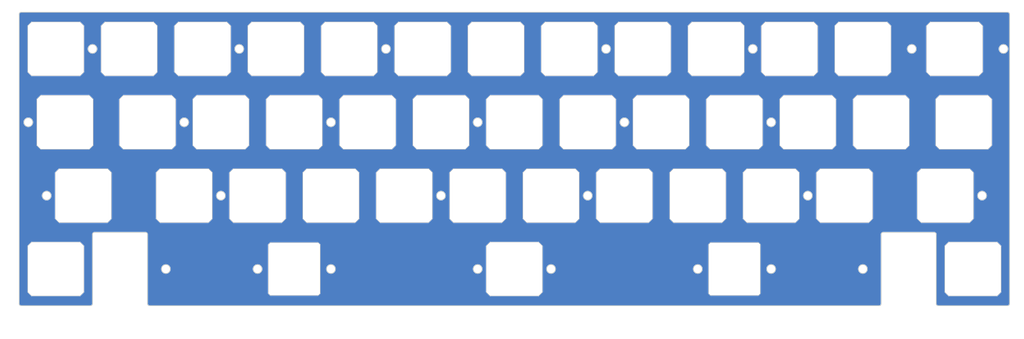
<source format=kicad_pcb>
(kicad_pcb (version 20221018) (generator pcbnew)
  (layers (0 "F.Cu" signal) (31 "B.Cu" signal) (34 "B.Paste" user) (35 "F.Paste" user) (36 "B.SilkS" user "B.Silkscreen") (37 "F.SilkS" user "F.Silkscreen") (38 "B.Mask" user) (39 "F.Mask" user) (44 "Edge.Cuts" user))
  (net 0 "")
  (net 1 "GND")
  (footprint "cipulot_parts:ecs_plate_cut_1U" (layer "F.Cu") (at 26.9875 91.28125)
    (fp_text reference "REF**")
    (fp_text value "Value " hide)
    (fp_line (start -7.3 -6) (end -7.3 6) (stroke (width 0.12)) (layer "Edge.Cuts"))
    (fp_line (start -7.3 6) (end -6.3 7) (stroke (width 0.12)) (layer "Edge.Cuts"))
    (fp_line (start -6.3 -7) (end -7.3 -6) (stroke (width 0.12)) (layer "Edge.Cuts"))
    (fp_line (start -6.3 7) (end 6.3 7) (stroke (width 0.12)) (layer "Edge.Cuts"))
    (fp_line (start 6.3 -7) (end -6.3 -7) (stroke (width 0.12)) (layer "Edge.Cuts"))
    (fp_line (start 6.3 -7) (end 7.3 -6) (stroke (width 0.12)) (layer "Edge.Cuts"))
    (fp_line (start 6.3 7) (end 7.3 6) (stroke (width 0.12)) (layer "Edge.Cuts"))
    (fp_line (start 7.3 6) (end 7.3 -6) (stroke (width 0.12)) (layer "Edge.Cuts"))
  )
  (footprint "cipulot_parts:ecs_plate_cut_1U" (layer "F.Cu") (at 136.525 72.23125)
    (fp_text reference "REF**")
    (fp_text value "Value " hide)
    (fp_line (start -7.3 -6) (end -7.3 6) (stroke (width 0.12)) (layer "Edge.Cuts"))
    (fp_line (start -7.3 6) (end -6.3 7) (stroke (width 0.12)) (layer "Edge.Cuts"))
    (fp_line (start -6.3 -7) (end -7.3 -6) (stroke (width 0.12)) (layer "Edge.Cuts"))
    (fp_line (start -6.3 7) (end 6.3 7) (stroke (width 0.12)) (layer "Edge.Cuts"))
    (fp_line (start 6.3 -7) (end -6.3 -7) (stroke (width 0.12)) (layer "Edge.Cuts"))
    (fp_line (start 6.3 -7) (end 7.3 -6) (stroke (width 0.12)) (layer "Edge.Cuts"))
    (fp_line (start 6.3 7) (end 7.3 6) (stroke (width 0.12)) (layer "Edge.Cuts"))
    (fp_line (start 7.3 6) (end 7.3 -6) (stroke (width 0.12)) (layer "Edge.Cuts"))
  )
  (footprint "cipulot_parts:ecs_plate_cut_1U" (layer "F.Cu") (at 262.73125 53.18125)
    (fp_text reference "REF**")
    (fp_text value "Value " hide)
    (fp_line (start -7.3 -6) (end -7.3 6) (stroke (width 0.12)) (layer "Edge.Cuts"))
    (fp_line (start -7.3 6) (end -6.3 7) (stroke (width 0.12)) (layer "Edge.Cuts"))
    (fp_line (start -6.3 -7) (end -7.3 -6) (stroke (width 0.12)) (layer "Edge.Cuts"))
    (fp_line (start -6.3 7) (end 6.3 7) (stroke (width 0.12)) (layer "Edge.Cuts"))
    (fp_line (start 6.3 -7) (end -6.3 -7) (stroke (width 0.12)) (layer "Edge.Cuts"))
    (fp_line (start 6.3 -7) (end 7.3 -6) (stroke (width 0.12)) (layer "Edge.Cuts"))
    (fp_line (start 6.3 7) (end 7.3 6) (stroke (width 0.12)) (layer "Edge.Cuts"))
    (fp_line (start 7.3 6) (end 7.3 -6) (stroke (width 0.12)) (layer "Edge.Cuts"))
  )
  (footprint "cipulot_parts:ecs_plate_cut_1U" (layer "F.Cu") (at 146.05 53.18125)
    (fp_text reference "REF**")
    (fp_text value "Value " hide)
    (fp_line (start -7.3 -6) (end -7.3 6) (stroke (width 0.12)) (layer "Edge.Cuts"))
    (fp_line (start -7.3 6) (end -6.3 7) (stroke (width 0.12)) (layer "Edge.Cuts"))
    (fp_line (start -6.3 -7) (end -7.3 -6) (stroke (width 0.12)) (layer "Edge.Cuts"))
    (fp_line (start -6.3 7) (end 6.3 7) (stroke (width 0.12)) (layer "Edge.Cuts"))
    (fp_line (start 6.3 -7) (end -6.3 -7) (stroke (width 0.12)) (layer "Edge.Cuts"))
    (fp_line (start 6.3 -7) (end 7.3 -6) (stroke (width 0.12)) (layer "Edge.Cuts"))
    (fp_line (start 6.3 7) (end 7.3 6) (stroke (width 0.12)) (layer "Edge.Cuts"))
    (fp_line (start 7.3 6) (end 7.3 -6) (stroke (width 0.12)) (layer "Edge.Cuts"))
  )
  (footprint "cipulot_parts:ecs_7U_space_stab" (layer "F.Cu") (at 146.05 91.28125 180)
    (fp_text reference "REF**")
    (fp_text value "Value " hide)
  )
  (footprint "cipulot_parts:ecs_plate_cut_1U" (layer "F.Cu") (at 46.0375 34.13125)
    (fp_text reference "REF**")
    (fp_text value "Value " hide)
    (fp_line (start -7.3 -6) (end -7.3 6) (stroke (width 0.12)) (layer "Edge.Cuts"))
    (fp_line (start -7.3 6) (end -6.3 7) (stroke (width 0.12)) (layer "Edge.Cuts"))
    (fp_line (start -6.3 -7) (end -7.3 -6) (stroke (width 0.12)) (layer "Edge.Cuts"))
    (fp_line (start -6.3 7) (end 6.3 7) (stroke (width 0.12)) (layer "Edge.Cuts"))
    (fp_line (start 6.3 -7) (end -6.3 -7) (stroke (width 0.12)) (layer "Edge.Cuts"))
    (fp_line (start 6.3 -7) (end 7.3 -6) (stroke (width 0.12)) (layer "Edge.Cuts"))
    (fp_line (start 6.3 7) (end 7.3 6) (stroke (width 0.12)) (layer "Edge.Cuts"))
    (fp_line (start 7.3 6) (end 7.3 -6) (stroke (width 0.12)) (layer "Edge.Cuts"))
  )
  (footprint "cipulot_parts:ecs_plate_cut_1U" (layer "F.Cu") (at 79.375 72.23125)
    (fp_text reference "REF**")
    (fp_text value "Value " hide)
    (fp_line (start -7.3 -6) (end -7.3 6) (stroke (width 0.12)) (layer "Edge.Cuts"))
    (fp_line (start -7.3 6) (end -6.3 7) (stroke (width 0.12)) (layer "Edge.Cuts"))
    (fp_line (start -6.3 -7) (end -7.3 -6) (stroke (width 0.12)) (layer "Edge.Cuts"))
    (fp_line (start -6.3 7) (end 6.3 7) (stroke (width 0.12)) (layer "Edge.Cuts"))
    (fp_line (start 6.3 -7) (end -6.3 -7) (stroke (width 0.12)) (layer "Edge.Cuts"))
    (fp_line (start 6.3 -7) (end 7.3 -6) (stroke (width 0.12)) (layer "Edge.Cuts"))
    (fp_line (start 6.3 7) (end 7.3 6) (stroke (width 0.12)) (layer "Edge.Cuts"))
    (fp_line (start 7.3 6) (end 7.3 -6) (stroke (width 0.12)) (layer "Edge.Cuts"))
  )
  (footprint "cipulot_parts:ecs_plate_cut_1U" (layer "F.Cu") (at 88.9 53.18125)
    (fp_text reference "REF**")
    (fp_text value "Value " hide)
    (fp_line (start -7.3 -6) (end -7.3 6) (stroke (width 0.12)) (layer "Edge.Cuts"))
    (fp_line (start -7.3 6) (end -6.3 7) (stroke (width 0.12)) (layer "Edge.Cuts"))
    (fp_line (start -6.3 -7) (end -7.3 -6) (stroke (width 0.12)) (layer "Edge.Cuts"))
    (fp_line (start -6.3 7) (end 6.3 7) (stroke (width 0.12)) (layer "Edge.Cuts"))
    (fp_line (start 6.3 -7) (end -6.3 -7) (stroke (width 0.12)) (layer "Edge.Cuts"))
    (fp_line (start 6.3 -7) (end 7.3 -6) (stroke (width 0.12)) (layer "Edge.Cuts"))
    (fp_line (start 6.3 7) (end 7.3 6) (stroke (width 0.12)) (layer "Edge.Cuts"))
    (fp_line (start 7.3 6) (end 7.3 -6) (stroke (width 0.12)) (layer "Edge.Cuts"))
  )
  (footprint "cipulot_parts:ecs_plate_cut_1U" (layer "F.Cu") (at 260.35 34.13125)
    (fp_text reference "REF**")
    (fp_text value "Value " hide)
    (fp_line (start -7.3 -6) (end -7.3 6) (stroke (width 0.12)) (layer "Edge.Cuts"))
    (fp_line (start -7.3 6) (end -6.3 7) (stroke (width 0.12)) (layer "Edge.Cuts"))
    (fp_line (start -6.3 -7) (end -7.3 -6) (stroke (width 0.12)) (layer "Edge.Cuts"))
    (fp_line (start -6.3 7) (end 6.3 7) (stroke (width 0.12)) (layer "Edge.Cuts"))
    (fp_line (start 6.3 -7) (end -6.3 -7) (stroke (width 0.12)) (layer "Edge.Cuts"))
    (fp_line (start 6.3 -7) (end 7.3 -6) (stroke (width 0.12)) (layer "Edge.Cuts"))
    (fp_line (start 6.3 7) (end 7.3 6) (stroke (width 0.12)) (layer "Edge.Cuts"))
    (fp_line (start 7.3 6) (end 7.3 -6) (stroke (width 0.12)) (layer "Edge.Cuts"))
  )
  (footprint "cipulot_parts:ecs_plate_cut_1U" (layer "F.Cu") (at 127 53.18125)
    (fp_text reference "REF**")
    (fp_text value "Value " hide)
    (fp_line (start -7.3 -6) (end -7.3 6) (stroke (width 0.12)) (layer "Edge.Cuts"))
    (fp_line (start -7.3 6) (end -6.3 7) (stroke (width 0.12)) (layer "Edge.Cuts"))
    (fp_line (start -6.3 -7) (end -7.3 -6) (stroke (width 0.12)) (layer "Edge.Cuts"))
    (fp_line (start -6.3 7) (end 6.3 7) (stroke (width 0.12)) (layer "Edge.Cuts"))
    (fp_line (start 6.3 -7) (end -6.3 -7) (stroke (width 0.12)) (layer "Edge.Cuts"))
    (fp_line (start 6.3 -7) (end 7.3 -6) (stroke (width 0.12)) (layer "Edge.Cuts"))
    (fp_line (start 6.3 7) (end 7.3 6) (stroke (width 0.12)) (layer "Edge.Cuts"))
    (fp_line (start 7.3 6) (end 7.3 -6) (stroke (width 0.12)) (layer "Edge.Cuts"))
  )
  (footprint "cipulot_parts:ecs_plate_cut_1U" (layer "F.Cu") (at 198.4375 34.13125)
    (fp_text reference "REF**")
    (fp_text value "Value " hide)
    (fp_line (start -7.3 -6) (end -7.3 6) (stroke (width 0.12)) (layer "Edge.Cuts"))
    (fp_line (start -7.3 6) (end -6.3 7) (stroke (width 0.12)) (layer "Edge.Cuts"))
    (fp_line (start -6.3 -7) (end -7.3 -6) (stroke (width 0.12)) (layer "Edge.Cuts"))
    (fp_line (start -6.3 7) (end 6.3 7) (stroke (width 0.12)) (layer "Edge.Cuts"))
    (fp_line (start 6.3 -7) (end -6.3 -7) (stroke (width 0.12)) (layer "Edge.Cuts"))
    (fp_line (start 6.3 -7) (end 7.3 -6) (stroke (width 0.12)) (layer "Edge.Cuts"))
    (fp_line (start 6.3 7) (end 7.3 6) (stroke (width 0.12)) (layer "Edge.Cuts"))
    (fp_line (start 7.3 6) (end 7.3 -6) (stroke (width 0.12)) (layer "Edge.Cuts"))
  )
  (footprint "cipulot_parts:ecs_plate_cut_1U" (layer "F.Cu") (at 203.2 53.18125)
    (fp_text reference "REF**")
    (fp_text value "Value " hide)
    (fp_line (start -7.3 -6) (end -7.3 6) (stroke (width 0.12)) (layer "Edge.Cuts"))
    (fp_line (start -7.3 6) (end -6.3 7) (stroke (width 0.12)) (layer "Edge.Cuts"))
    (fp_line (start -6.3 -7) (end -7.3 -6) (stroke (width 0.12)) (layer "Edge.Cuts"))
    (fp_line (start -6.3 7) (end 6.3 7) (stroke (width 0.12)) (layer "Edge.Cuts"))
    (fp_line (start 6.3 -7) (end -6.3 -7) (stroke (width 0.12)) (layer "Edge.Cuts"))
    (fp_line (start 6.3 -7) (end 7.3 -6) (stroke (width 0.12)) (layer "Edge.Cuts"))
    (fp_line (start 6.3 7) (end 7.3 6) (stroke (width 0.12)) (layer "Edge.Cuts"))
    (fp_line (start 7.3 6) (end 7.3 -6) (stroke (width 0.12)) (layer "Edge.Cuts"))
  )
  (footprint "cipulot_parts:ecs_plate_cut_1U" (layer "F.Cu") (at 165.1 53.18125)
    (fp_text reference "REF**")
    (fp_text value "Value " hide)
    (fp_line (start -7.3 -6) (end -7.3 6) (stroke (width 0.12)) (layer "Edge.Cuts"))
    (fp_line (start -7.3 6) (end -6.3 7) (stroke (width 0.12)) (layer "Edge.Cuts"))
    (fp_line (start -6.3 -7) (end -7.3 -6) (stroke (width 0.12)) (layer "Edge.Cuts"))
    (fp_line (start -6.3 7) (end 6.3 7) (stroke (width 0.12)) (layer "Edge.Cuts"))
    (fp_line (start 6.3 -7) (end -6.3 -7) (stroke (width 0.12)) (layer "Edge.Cuts"))
    (fp_line (start 6.3 -7) (end 7.3 -6) (stroke (width 0.12)) (layer "Edge.Cuts"))
    (fp_line (start 6.3 7) (end 7.3 6) (stroke (width 0.12)) (layer "Edge.Cuts"))
    (fp_line (start 7.3 6) (end 7.3 -6) (stroke (width 0.12)) (layer "Edge.Cuts"))
  )
  (footprint "cipulot_parts:ecs_plate_cut_7U_space_stab" (layer "F.Cu") (at 146.05 91.28125)
    (fp_text reference "REF**")
    (fp_text value "Value " hide)
    (fp_line (start -63.8876 -6.3635) (end -63.8876 6.3635) (stroke (width 0.12)) (layer "Edge.Cuts"))
    (fp_line (start -63.8876 6.3635) (end -63.3806 6.8705) (stroke (width 0.12)) (layer "Edge.Cuts"))
    (fp_line (start -63.3806 -6.8705) (end -63.8876 -6.3635) (stroke (width 0.12)) (layer "Edge.Cuts"))
    (fp_line (start -63.3806 6.8705) (end -50.9326 6.8705) (stroke (width 0.12)) (layer "Edge.Cuts"))
    (fp_line (start -50.9326 -6.8705) (end -63.3806 -6.8705) (stroke (width 0.12)) (layer "Edge.Cuts"))
    (fp_line (start -50.9326 6.8705) (end -50.4256 6.3635) (stroke (width 0.12)) (layer "Edge.Cuts"))
    (fp_line (start -50.4256 -6.3635) (end -50.9326 -6.8705) (stroke (width 0.12)) (layer "Edge.Cuts"))
    (fp_line (start -50.4256 6.3635) (end -50.4256 -6.3635) (stroke (width 0.12)) (layer "Edge.Cuts"))
    (fp_line (start 50.419 -6.3635) (end 50.419 6.3635) (stroke (width 0.12)) (layer "Edge.Cuts"))
    (fp_line (start 50.419 -6.3635) (end 50.919 -6.8705) (stroke (width 0.12)) (layer "Edge.Cuts"))
    (fp_line (start 50.419 6.3635) (end 50.926 6.8705) (stroke (width 0.12)) (layer "Edge.Cuts"))
    (fp_line (start 50.919 -6.8705) (end 63.381 -6.8705) (stroke (width 0.12)) (layer "Edge.Cuts"))
    (fp_line (start 50.926 6.8705) (end 63.374 6.8705) (stroke (width 0.12)) (layer "Edge.Cuts"))
    (fp_line (start 63.374 6.8705) (end 63.881 6.3635) (stroke (width 0.12)) (layer "Edge.Cuts"))
    (fp_line (start 63.381 -6.8705) (end 63.881 -6.3635) (stroke (width 0.12)) (layer "Edge.Cuts"))
    (fp_line (start 63.881 6.3635) (end 63.881 -6.3635) (stroke (width 0.12)) (layer "Edge.Cuts"))
  )
  (footprint "cipulot_parts:ecs_plate_cut_1U" (layer "F.Cu") (at 217.4875 34.13125)
    (fp_text reference "REF**")
    (fp_text value "Value " hide)
    (fp_line (start -7.3 -6) (end -7.3 6) (stroke (width 0.12)) (layer "Edge.Cuts"))
    (fp_line (start -7.3 6) (end -6.3 7) (stroke (width 0.12)) (layer "Edge.Cuts"))
    (fp_line (start -6.3 -7) (end -7.3 -6) (stroke (width 0.12)) (layer "Edge.Cuts"))
    (fp_line (start -6.3 7) (end 6.3 7) (stroke (width 0.12)) (layer "Edge.Cuts"))
    (fp_line (start 6.3 -7) (end -6.3 -7) (stroke (width 0.12)) (layer "Edge.Cuts"))
    (fp_line (start 6.3 -7) (end 7.3 -6) (stroke (width 0.12)) (layer "Edge.Cuts"))
    (fp_line (start 6.3 7) (end 7.3 6) (stroke (width 0.12)) (layer "Edge.Cuts"))
    (fp_line (start 7.3 6) (end 7.3 -6) (stroke (width 0.12)) (layer "Edge.Cuts"))
  )
  (footprint "cipulot_parts:ecs_plate_cut_1U" (layer "F.Cu") (at 117.475 72.23125)
    (fp_text reference "REF**")
    (fp_text value "Value " hide)
    (fp_line (start -7.3 -6) (end -7.3 6) (stroke (width 0.12)) (layer "Edge.Cuts"))
    (fp_line (start -7.3 6) (end -6.3 7) (stroke (width 0.12)) (layer "Edge.Cuts"))
    (fp_line (start -6.3 -7) (end -7.3 -6) (stroke (width 0.12)) (layer "Edge.Cuts"))
    (fp_line (start -6.3 7) (end 6.3 7) (stroke (width 0.12)) (layer "Edge.Cuts"))
    (fp_line (start 6.3 -7) (end -6.3 -7) (stroke (width 0.12)) (layer "Edge.Cuts"))
    (fp_line (start 6.3 -7) (end 7.3 -6) (stroke (width 0.12)) (layer "Edge.Cuts"))
    (fp_line (start 6.3 7) (end 7.3 6) (stroke (width 0.12)) (layer "Edge.Cuts"))
    (fp_line (start 7.3 6) (end 7.3 -6) (stroke (width 0.12)) (layer "Edge.Cuts"))
  )
  (footprint "cipulot_parts:ecs_plate_cut_1U" (layer "F.Cu") (at 84.137501 34.13125)
    (fp_text reference "REF**")
    (fp_text value "Value " hide)
    (fp_line (start -7.3 -6) (end -7.3 6) (stroke (width 0.12)) (layer "Edge.Cuts"))
    (fp_line (start -7.3 6) (end -6.3 7) (stroke (width 0.12)) (layer "Edge.Cuts"))
    (fp_line (start -6.3 -7) (end -7.3 -6) (stroke (width 0.12)) (layer "Edge.Cuts"))
    (fp_line (start -6.3 7) (end 6.3 7) (stroke (width 0.12)) (layer "Edge.Cuts"))
    (fp_line (start 6.3 -7) (end -6.3 -7) (stroke (width 0.12)) (layer "Edge.Cuts"))
    (fp_line (start 6.3 -7) (end 7.3 -6) (stroke (width 0.12)) (layer "Edge.Cuts"))
    (fp_line (start 6.3 7) (end 7.3 6) (stroke (width 0.12)) (layer "Edge.Cuts"))
    (fp_line (start 7.3 6) (end 7.3 -6) (stroke (width 0.12)) (layer "Edge.Cuts"))
  )
  (footprint "cipulot_parts:ecs_plate_cut_1U" (layer "F.Cu") (at 34.13125 72.23125)
    (fp_text reference "REF**")
    (fp_text value "Value " hide)
    (fp_line (start -7.3 -6) (end -7.3 6) (stroke (width 0.12)) (layer "Edge.Cuts"))
    (fp_line (start -7.3 6) (end -6.3 7) (stroke (width 0.12)) (layer "Edge.Cuts"))
    (fp_line (start -6.3 -7) (end -7.3 -6) (stroke (width 0.12)) (layer "Edge.Cuts"))
    (fp_line (start -6.3 7) (end 6.3 7) (stroke (width 0.12)) (layer "Edge.Cuts"))
    (fp_line (start 6.3 -7) (end -6.3 -7) (stroke (width 0.12)) (layer "Edge.Cuts"))
    (fp_line (start 6.3 -7) (end 7.3 -6) (stroke (width 0.12)) (layer "Edge.Cuts"))
    (fp_line (start 6.3 7) (end 7.3 6) (stroke (width 0.12)) (layer "Edge.Cuts"))
    (fp_line (start 7.3 6) (end 7.3 -6) (stroke (width 0.12)) (layer "Edge.Cuts"))
  )
  (footprint "cipulot_parts:ecs_plate_cut_1U" (layer "F.Cu") (at 155.575 72.23125)
    (fp_text reference "REF**")
    (fp_text value "Value " hide)
    (fp_line (start -7.3 -6) (end -7.3 6) (stroke (width 0.12)) (layer "Edge.Cuts"))
    (fp_line (start -7.3 6) (end -6.3 7) (stroke (width 0.12)) (layer "Edge.Cuts"))
    (fp_line (start -6.3 -7) (end -7.3 -6) (stroke (width 0.12)) (layer "Edge.Cuts"))
    (fp_line (start -6.3 7) (end 6.3 7) (stroke (width 0.12)) (layer "Edge.Cuts"))
    (fp_line (start 6.3 -7) (end -6.3 -7) (stroke (width 0.12)) (layer "Edge.Cuts"))
    (fp_line (start 6.3 -7) (end 7.3 -6) (stroke (width 0.12)) (layer "Edge.Cuts"))
    (fp_line (start 6.3 7) (end 7.3 6) (stroke (width 0.12)) (layer "Edge.Cuts"))
    (fp_line (start 7.3 6) (end 7.3 -6) (stroke (width 0.12)) (layer "Edge.Cuts"))
  )
  (footprint "cipulot_parts:ecs_plate_cut_1U" (layer "F.Cu") (at 60.325 72.23125)
    (fp_text reference "REF**")
    (fp_text value "Value " hide)
    (fp_line (start -7.3 -6) (end -7.3 6) (stroke (width 0.12)) (layer "Edge.Cuts"))
    (fp_line (start -7.3 6) (end -6.3 7) (stroke (width 0.12)) (layer "Edge.Cuts"))
    (fp_line (start -6.3 -7) (end -7.3 -6) (stroke (width 0.12)) (layer "Edge.Cuts"))
    (fp_line (start -6.3 7) (end 6.3 7) (stroke (width 0.12)) (layer "Edge.Cuts"))
    (fp_line (start 6.3 -7) (end -6.3 -7) (stroke (width 0.12)) (layer "Edge.Cuts"))
    (fp_line (start 6.3 -7) (end 7.3 -6) (stroke (width 0.12)) (layer "Edge.Cuts"))
    (fp_line (start 6.3 7) (end 7.3 6) (stroke (width 0.12)) (layer "Edge.Cuts"))
    (fp_line (start 7.3 6) (end 7.3 -6) (stroke (width 0.12)) (layer "Edge.Cuts"))
  )
  (footprint "cipulot_parts:ecs_plate_cut_1U" (layer "F.Cu") (at 50.8 53.18125)
    (fp_text reference "REF**")
    (fp_text value "Value " hide)
    (fp_line (start -7.3 -6) (end -7.3 6) (stroke (width 0.12)) (layer "Edge.Cuts"))
    (fp_line (start -7.3 6) (end -6.3 7) (stroke (width 0.12)) (layer "Edge.Cuts"))
    (fp_line (start -6.3 -7) (end -7.3 -6) (stroke (width 0.12)) (layer "Edge.Cuts"))
    (fp_line (start -6.3 7) (end 6.3 7) (stroke (width 0.12)) (layer "Edge.Cuts"))
    (fp_line (start 6.3 -7) (end -6.3 -7) (stroke (width 0.12)) (layer "Edge.Cuts"))
    (fp_line (start 6.3 -7) (end 7.3 -6) (stroke (width 0.12)) (layer "Edge.Cuts"))
    (fp_line (start 6.3 7) (end 7.3 6) (stroke (width 0.12)) (layer "Edge.Cuts"))
    (fp_line (start 7.3 6) (end 7.3 -6) (stroke (width 0.12)) (layer "Edge.Cuts"))
  )
  (footprint "cipulot_parts:ecs_plate_cut_1U" (layer "F.Cu") (at 107.95 53.18125)
    (fp_text reference "REF**")
    (fp_text value "Value " hide)
    (fp_line (start -7.3 -6) (end -7.3 6) (stroke (width 0.12)) (layer "Edge.Cuts"))
    (fp_line (start -7.3 6) (end -6.3 7) (stroke (width 0.12)) (layer "Edge.Cuts"))
    (fp_line (start -6.3 -7) (end -7.3 -6) (stroke (width 0.12)) (layer "Edge.Cuts"))
    (fp_line (start -6.3 7) (end 6.3 7) (stroke (width 0.12)) (layer "Edge.Cuts"))
    (fp_line (start 6.3 -7) (end -6.3 -7) (stroke (width 0.12)) (layer "Edge.Cuts"))
    (fp_line (start 6.3 -7) (end 7.3 -6) (stroke (width 0.12)) (layer "Edge.Cuts"))
    (fp_line (start 6.3 7) (end 7.3 6) (stroke (width 0.12)) (layer "Edge.Cuts"))
    (fp_line (start 7.3 6) (end 7.3 -6) (stroke (width 0.12)) (layer "Edge.Cuts"))
  )
  (footprint "cipulot_parts:ecs_plate_cut_1U" (layer "F.Cu") (at 65.0875 34.13125)
    (fp_text reference "REF**")
    (fp_text value "Value " hide)
    (fp_line (start -7.3 -6) (end -7.3 6) (stroke (width 0.12)) (layer "Edge.Cuts"))
    (fp_line (start -7.3 6) (end -6.3 7) (stroke (width 0.12)) (layer "Edge.Cuts"))
    (fp_line (start -6.3 -7) (end -7.3 -6) (stroke (width 0.12)) (layer "Edge.Cuts"))
    (fp_line (start -6.3 7) (end 6.3 7) (stroke (width 0.12)) (layer "Edge.Cuts"))
    (fp_line (start 6.3 -7) (end -6.3 -7) (stroke (width 0.12)) (layer "Edge.Cuts"))
    (fp_line (start 6.3 -7) (end 7.3 -6) (stroke (width 0.12)) (layer "Edge.Cuts"))
    (fp_line (start 6.3 7) (end 7.3 6) (stroke (width 0.12)) (layer "Edge.Cuts"))
    (fp_line (start 7.3 6) (end 7.3 -6) (stroke (width 0.12)) (layer "Edge.Cuts"))
  )
  (footprint "cipulot_parts:ecs_plate_cut_1U" (layer "F.Cu") (at 141.2875 34.13125)
    (fp_text reference "REF**")
    (fp_text value "Value " hide)
    (fp_line (start -7.3 -6) (end -7.3 6) (stroke (width 0.12)) (layer "Edge.Cuts"))
    (fp_line (start -7.3 6) (end -6.3 7) (stroke (width 0.12)) (layer "Edge.Cuts"))
    (fp_line (start -6.3 -7) (end -7.3 -6) (stroke (width 0.12)) (layer "Edge.Cuts"))
    (fp_line (start -6.3 7) (end 6.3 7) (stroke (width 0.12)) (layer "Edge.Cuts"))
    (fp_line (start 6.3 -7) (end -6.3 -7) (stroke (width 0.12)) (layer "Edge.Cuts"))
    (fp_line (start 6.3 -7) (end 7.3 -6) (stroke (width 0.12)) (layer "Edge.Cuts"))
    (fp_line (start 6.3 7) (end 7.3 6) (stroke (width 0.12)) (layer "Edge.Cuts"))
    (fp_line (start 7.3 6) (end 7.3 -6) (stroke (width 0.12)) (layer "Edge.Cuts"))
  )
  (footprint "cipulot_parts:ecs_plate_cut_1U" (layer "F.Cu") (at 146.05 91.28125)
    (fp_text reference "REF**")
    (fp_text value "Value " hide)
    (fp_line (start -7.3 -6) (end -7.3 6) (stroke (width 0.12)) (layer "Edge.Cuts"))
    (fp_line (start -7.3 6) (end -6.3 7) (stroke (width 0.12)) (layer "Edge.Cuts"))
    (fp_line (start -6.3 -7) (end -7.3 -6) (stroke (width 0.12)) (layer "Edge.Cuts"))
    (fp_line (start -6.3 7) (end 6.3 7) (stroke (width 0.12)) (layer "Edge.Cuts"))
    (fp_line (start 6.3 -7) (end -6.3 -7) (stroke (width 0.12)) (layer "Edge.Cuts"))
    (fp_line (start 6.3 -7) (end 7.3 -6) (stroke (width 0.12)) (layer "Edge.Cuts"))
    (fp_line (start 6.3 7) (end 7.3 6) (stroke (width 0.12)) (layer "Edge.Cuts"))
    (fp_line (start 7.3 6) (end 7.3 -6) (stroke (width 0.12)) (layer "Edge.Cuts"))
  )
  (footprint "cipulot_parts:ecs_plate_cut_1U" (layer "F.Cu") (at 29.36875 53.18125)
    (fp_text reference "REF**")
    (fp_text value "Value " hide)
    (fp_line (start -7.3 -6) (end -7.3 6) (stroke (width 0.12)) (layer "Edge.Cuts"))
    (fp_line (start -7.3 6) (end -6.3 7) (stroke (width 0.12)) (layer "Edge.Cuts"))
    (fp_line (start -6.3 -7) (end -7.3 -6) (stroke (width 0.12)) (layer "Edge.Cuts"))
    (fp_line (start -6.3 7) (end 6.3 7) (stroke (width 0.12)) (layer "Edge.Cuts"))
    (fp_line (start 6.3 -7) (end -6.3 -7) (stroke (width 0.12)) (layer "Edge.Cuts"))
    (fp_line (start 6.3 -7) (end 7.3 -6) (stroke (width 0.12)) (layer "Edge.Cuts"))
    (fp_line (start 6.3 7) (end 7.3 6) (stroke (width 0.12)) (layer "Edge.Cuts"))
    (fp_line (start 7.3 6) (end 7.3 -6) (stroke (width 0.12)) (layer "Edge.Cuts"))
  )
  (footprint "cipulot_parts:ecs_plate_cut_1U" (layer "F.Cu") (at 160.3375 34.13125)
    (fp_text reference "REF**")
    (fp_text value "Value " hide)
    (fp_line (start -7.3 -6) (end -7.3 6) (stroke (width 0.12)) (layer "Edge.Cuts"))
    (fp_line (start -7.3 6) (end -6.3 7) (stroke (width 0.12)) (layer "Edge.Cuts"))
    (fp_line (start -6.3 -7) (end -7.3 -6) (stroke (width 0.12)) (layer "Edge.Cuts"))
    (fp_line (start -6.3 7) (end 6.3 7) (stroke (width 0.12)) (layer "Edge.Cuts"))
    (fp_line (start 6.3 -7) (end -6.3 -7) (stroke (width 0.12)) (layer "Edge.Cuts"))
    (fp_line (start 6.3 -7) (end 7.3 -6) (stroke (width 0.12)) (layer "Edge.Cuts"))
    (fp_line (start 6.3 7) (end 7.3 6) (stroke (width 0.12)) (layer "Edge.Cuts"))
    (fp_line (start 7.3 6) (end 7.3 -6) (stroke (width 0.12)) (layer "Edge.Cuts"))
  )
  (footprint "cipulot_parts:ecs_plate_cut_1U" (layer "F.Cu") (at 122.2375 34.13125)
    (fp_text reference "REF**")
    (fp_text value "Value " hide)
    (fp_line (start -7.3 -6) (end -7.3 6) (stroke (width 0.12)) (layer "Edge.Cuts"))
    (fp_line (start -7.3 6) (end -6.3 7) (stroke (width 0.12)) (layer "Edge.Cuts"))
    (fp_line (start -6.3 -7) (end -7.3 -6) (stroke (width 0.12)) (layer "Edge.Cuts"))
    (fp_line (start -6.3 7) (end 6.3 7) (stroke (width 0.12)) (layer "Edge.Cuts"))
    (fp_line (start 6.3 -7) (end -6.3 -7) (stroke (width 0.12)) (layer "Edge.Cuts"))
    (fp_line (start 6.3 -7) (end 7.3 -6) (stroke (width 0.12)) (layer "Edge.Cuts"))
    (fp_line (start 6.3 7) (end 7.3 6) (stroke (width 0.12)) (layer "Edge.Cuts"))
    (fp_line (start 7.3 6) (end 7.3 -6) (stroke (width 0.12)) (layer "Edge.Cuts"))
  )
  (footprint "cipulot_parts:ecs_plate_cut_1U" (layer "F.Cu") (at 212.725 72.23125)
    (fp_text reference "REF**")
    (fp_text value "Value " hide)
    (fp_line (start -7.3 -6) (end -7.3 6) (stroke (width 0.12)) (layer "Edge.Cuts"))
    (fp_line (start -7.3 6) (end -6.3 7) (stroke (width 0.12)) (layer "Edge.Cuts"))
    (fp_line (start -6.3 -7) (end -7.3 -6) (stroke (width 0.12)) (layer "Edge.Cuts"))
    (fp_line (start -6.3 7) (end 6.3 7) (stroke (width 0.12)) (layer "Edge.Cuts"))
    (fp_line (start 6.3 -7) (end -6.3 -7) (stroke (width 0.12)) (layer "Edge.Cuts"))
    (fp_line (start 6.3 -7) (end 7.3 -6) (stroke (width 0.12)) (layer "Edge.Cuts"))
    (fp_line (start 6.3 7) (end 7.3 6) (stroke (width 0.12)) (layer "Edge.Cuts"))
    (fp_line (start 7.3 6) (end 7.3 -6) (stroke (width 0.12)) (layer "Edge.Cuts"))
  )
  (footprint "cipulot_parts:ecs_plate_cut_1U" (layer "F.Cu") (at 257.96875 72.23125)
    (fp_text reference "REF**")
    (fp_text value "Value " hide)
    (fp_line (start -7.3 -6) (end -7.3 6) (stroke (width 0.12)) (layer "Edge.Cuts"))
    (fp_line (start -7.3 6) (end -6.3 7) (stroke (width 0.12)) (layer "Edge.Cuts"))
    (fp_line (start -6.3 -7) (end -7.3 -6) (stroke (width 0.12)) (layer "Edge.Cuts"))
    (fp_line (start -6.3 7) (end 6.3 7) (stroke (width 0.12)) (layer "Edge.Cuts"))
    (fp_line (start 6.3 -7) (end -6.3 -7) (stroke (width 0.12)) (layer "Edge.Cuts"))
    (fp_line (start 6.3 -7) (end 7.3 -6) (stroke (width 0.12)) (layer "Edge.Cuts"))
    (fp_line (start 6.3 7) (end 7.3 6) (stroke (width 0.12)) (layer "Edge.Cuts"))
    (fp_line (start 7.3 6) (end 7.3 -6) (stroke (width 0.12)) (layer "Edge.Cuts"))
  )
  (footprint "cipulot_parts:ecs_plate_cut_1U" (layer "F.Cu") (at 69.85 53.18125)
    (fp_text reference "REF**")
    (fp_text value "Value " hide)
    (fp_line (start -7.3 -6) (end -7.3 6) (stroke (width 0.12)) (layer "Edge.Cuts"))
    (fp_line (start -7.3 6) (end -6.3 7) (stroke (width 0.12)) (layer "Edge.Cuts"))
    (fp_line (start -6.3 -7) (end -7.3 -6) (stroke (width 0.12)) (layer "Edge.Cuts"))
    (fp_line (start -6.3 7) (end 6.3 7) (stroke (width 0.12)) (layer "Edge.Cuts"))
    (fp_line (start 6.3 -7) (end -6.3 -7) (stroke (width 0.12)) (layer "Edge.Cuts"))
    (fp_line (start 6.3 -7) (end 7.3 -6) (stroke (width 0.12)) (layer "Edge.Cuts"))
    (fp_line (start 6.3 7) (end 7.3 6) (stroke (width 0.12)) (layer "Edge.Cuts"))
    (fp_line (start 7.3 6) (end 7.3 -6) (stroke (width 0.12)) (layer "Edge.Cuts"))
  )
  (footprint "cipulot_parts:ecs_plate_cut_1U" (layer "F.Cu") (at 231.775 72.23125)
    (fp_text reference "REF**")
    (fp_text value "Value " hide)
    (fp_line (start -7.3 -6) (end -7.3 6) (stroke (width 0.12)) (layer "Edge.Cuts"))
    (fp_line (start -7.3 6) (end -6.3 7) (stroke (width 0.12)) (layer "Edge.Cuts"))
    (fp_line (start -6.3 -7) (end -7.3 -6) (stroke (width 0.12)) (layer "Edge.Cuts"))
    (fp_line (start -6.3 7) (end 6.3 7) (stroke (width 0.12)) (layer "Edge.Cuts"))
    (fp_line (start 6.3 -7) (end -6.3 -7) (stroke (width 0.12)) (layer "Edge.Cuts"))
    (fp_line (start 6.3 -7) (end 7.3 -6) (stroke (width 0.12)) (layer "Edge.Cuts"))
    (fp_line (start 6.3 7) (end 7.3 6) (stroke (width 0.12)) (layer "Edge.Cuts"))
    (fp_line (start 7.3 6) (end 7.3 -6) (stroke (width 0.12)) (layer "Edge.Cuts"))
  )
  (footprint "cipulot_parts:ecs_plate_cut_1U" (layer "F.Cu") (at 174.625 72.23125)
    (fp_text reference "REF**")
    (fp_text value "Value " hide)
    (fp_line (start -7.3 -6) (end -7.3 6) (stroke (width 0.12)) (layer "Edge.Cuts"))
    (fp_line (start -7.3 6) (end -6.3 7) (stroke (width 0.12)) (layer "Edge.Cuts"))
    (fp_line (start -6.3 -7) (end -7.3 -6) (stroke (width 0.12)) (layer "Edge.Cuts"))
    (fp_line (start -6.3 7) (end 6.3 7) (stroke (width 0.12)) (layer "Edge.Cuts"))
    (fp_line (start 6.3 -7) (end -6.3 -7) (stroke (width 0.12)) (layer "Edge.Cuts"))
    (fp_line (start 6.3 -7) (end 7.3 -6) (stroke (width 0.12)) (layer "Edge.Cuts"))
    (fp_line (start 6.3 7) (end 7.3 6) (stroke (width 0.12)) (layer "Edge.Cuts"))
    (fp_line (start 7.3 6) (end 7.3 -6) (stroke (width 0.12)) (layer "Edge.Cuts"))
  )
  (footprint "cipulot_parts:ecs_plate_cut_1U" (layer "F.Cu") (at 98.425 72.23125)
    (fp_text reference "REF**")
    (fp_text value "Value " hide)
    (fp_line (start -7.3 -6) (end -7.3 6) (stroke (width 0.12)) (layer "Edge.Cuts"))
    (fp_line (start -7.3 6) (end -6.3 7) (stroke (width 0.12)) (layer "Edge.Cuts"))
    (fp_line (start -6.3 -7) (end -7.3 -6) (stroke (width 0.12)) (layer "Edge.Cuts"))
    (fp_line (start -6.3 7) (end 6.3 7) (stroke (width 0.12)) (layer "Edge.Cuts"))
    (fp_line (start 6.3 -7) (end -6.3 -7) (stroke (width 0.12)) (layer "Edge.Cuts"))
    (fp_line (start 6.3 -7) (end 7.3 -6) (stroke (width 0.12)) (layer "Edge.Cuts"))
    (fp_line (start 6.3 7) (end 7.3 6) (stroke (width 0.12)) (layer "Edge.Cuts"))
    (fp_line (start 7.3 6) (end 7.3 -6) (stroke (width 0.12)) (layer "Edge.Cuts"))
  )
  (footprint "cipulot_parts:ecs_plate_cut_1U" (layer "F.Cu") (at 222.25 53.18125)
    (fp_text reference "REF**")
    (fp_text value "Value " hide)
    (fp_line (start -7.3 -6) (end -7.3 6) (stroke (width 0.12)) (layer "Edge.Cuts"))
    (fp_line (start -7.3 6) (end -6.3 7) (stroke (width 0.12)) (layer "Edge.Cuts"))
    (fp_line (start -6.3 -7) (end -7.3 -6) (stroke (width 0.12)) (layer "Edge.Cuts"))
    (fp_line (start -6.3 7) (end 6.3 7) (stroke (width 0.12)) (layer "Edge.Cuts"))
    (fp_line (start 6.3 -7) (end -6.3 -7) (stroke (width 0.12)) (layer "Edge.Cuts"))
    (fp_line (start 6.3 -7) (end 7.3 -6) (stroke (width 0.12)) (layer "Edge.Cuts"))
    (fp_line (start 6.3 7) (end 7.3 6) (stroke (width 0.12)) (layer "Edge.Cuts"))
    (fp_line (start 7.3 6) (end 7.3 -6) (stroke (width 0.12)) (layer "Edge.Cuts"))
  )
  (footprint "cipulot_parts:ecs_plate_cut_1U" (layer "F.Cu") (at 236.5375 34.13125)
    (fp_text reference "REF**")
    (fp_text value "Value " hide)
    (fp_line (start -7.3 -6) (end -7.3 6) (stroke (width 0.12)) (layer "Edge.Cuts"))
    (fp_line (start -7.3 6) (end -6.3 7) (stroke (width 0.12)) (layer "Edge.Cuts"))
    (fp_line (start -6.3 -7) (end -7.3 -6) (stroke (width 0.12)) (layer "Edge.Cuts"))
    (fp_line (start -6.3 7) (end 6.3 7) (stroke (width 0.12)) (layer "Edge.Cuts"))
    (fp_line (start 6.3 -7) (end -6.3 -7) (stroke (width 0.12)) (layer "Edge.Cuts"))
    (fp_line (start 6.3 -7) (end 7.3 -6) (stroke (width 0.12)) (layer "Edge.Cuts"))
    (fp_line (start 6.3 7) (end 7.3 6) (stroke (width 0.12)) (layer "Edge.Cuts"))
    (fp_line (start 7.3 6) (end 7.3 -6) (stroke (width 0.12)) (layer "Edge.Cuts"))
  )
  (footprint "cipulot_parts:ecs_plate_cut_1U" (layer "F.Cu") (at 193.675 72.23125)
    (fp_text reference "REF**")
    (fp_text value "Value " hide)
    (fp_line (start -7.3 -6) (end -7.3 6) (stroke (width 0.12)) (layer "Edge.Cuts"))
    (fp_line (start -7.3 6) (end -6.3 7) (stroke (width 0.12)) (layer "Edge.Cuts"))
    (fp_line (start -6.3 -7) (end -7.3 -6) (stroke (width 0.12)) (layer "Edge.Cuts"))
    (fp_line (start -6.3 7) (end 6.3 7) (stroke (width 0.12)) (layer "Edge.Cuts"))
    (fp_line (start 6.3 -7) (end -6.3 -7) (stroke (width 0.12)) (layer "Edge.Cuts"))
    (fp_line (start 6.3 -7) (end 7.3 -6) (stroke (width 0.12)) (layer "Edge.Cuts"))
    (fp_line (start 6.3 7) (end 7.3 6) (stroke (width 0.12)) (layer "Edge.Cuts"))
    (fp_line (start 7.3 6) (end 7.3 -6) (stroke (width 0.12)) (layer "Edge.Cuts"))
  )
  (footprint "cipulot_parts:ecs_plate_cut_1U" (layer "F.Cu") (at 103.1875 34.13125)
    (fp_text reference "REF**")
    (fp_text value "Value " hide)
    (fp_line (start -7.3 -6) (end -7.3 6) (stroke (width 0.12)) (layer "Edge.Cuts"))
    (fp_line (start -7.3 6) (end -6.3 7) (stroke (width 0.12)) (layer "Edge.Cuts"))
    (fp_line (start -6.3 -7) (end -7.3 -6) (stroke (width 0.12)) (layer "Edge.Cuts"))
    (fp_line (start -6.3 7) (end 6.3 7) (stroke (width 0.12)) (layer "Edge.Cuts"))
    (fp_line (start 6.3 -7) (end -6.3 -7) (stroke (width 0.12)) (layer "Edge.Cuts"))
    (fp_line (start 6.3 -7) (end 7.3 -6) (stroke (width 0.12)) (layer "Edge.Cuts"))
    (fp_line (start 6.3 7) (end 7.3 6) (stroke (width 0.12)) (layer "Edge.Cuts"))
    (fp_line (start 7.3 6) (end 7.3 -6) (stroke (width 0.12)) (layer "Edge.Cuts"))
  )
  (footprint "cipulot_parts:ecs_plate_cut_1U" (layer "F.Cu") (at 184.15 53.18125)
    (fp_text reference "REF**")
    (fp_text value "Value " hide)
    (fp_line (start -7.3 -6) (end -7.3 6) (stroke (width 0.12)) (layer "Edge.Cuts"))
    (fp_line (start -7.3 6) (end -6.3 7) (stroke (width 0.12)) (layer "Edge.Cuts"))
    (fp_line (start -6.3 -7) (end -7.3 -6) (stroke (width 0.12)) (layer "Edge.Cuts"))
    (fp_line (start -6.3 7) (end 6.3 7) (stroke (width 0.12)) (layer "Edge.Cuts"))
    (fp_line (start 6.3 -7) (end -6.3 -7) (stroke (width 0.12)) (layer "Edge.Cuts"))
    (fp_line (start 6.3 -7) (end 7.3 -6) (stroke (width 0.12)) (layer "Edge.Cuts"))
    (fp_line (start 6.3 7) (end 7.3 6) (stroke (width 0.12)) (layer "Edge.Cuts"))
    (fp_line (start 7.3 6) (end 7.3 -6) (stroke (width 0.12)) (layer "Edge.Cuts"))
  )
  (footprint "cipulot_parts:ecs_plate_cut_1U" (layer "F.Cu") (at 179.3875 34.13125)
    (fp_text reference "REF**")
    (fp_text value "Value " hide)
    (fp_line (start -7.3 -6) (end -7.3 6) (stroke (width 0.12)) (layer "Edge.Cuts"))
    (fp_line (start -7.3 6) (end -6.3 7) (stroke (width 0.12)) (layer "Edge.Cuts"))
    (fp_line (start -6.3 -7) (end -7.3 -6) (stroke (width 0.12)) (layer "Edge.Cuts"))
    (fp_line (start -6.3 7) (end 6.3 7) (stroke (width 0.12)) (layer "Edge.Cuts"))
    (fp_line (start 6.3 -7) (end -6.3 -7) (stroke (width 0.12)) (layer "Edge.Cuts"))
    (fp_line (start 6.3 -7) (end 7.3 -6) (stroke (width 0.12)) (layer "Edge.Cuts"))
    (fp_line (start 6.3 7) (end 7.3 6) (stroke (width 0.12)) (layer "Edge.Cuts"))
    (fp_line (start 7.3 6) (end 7.3 -6) (stroke (width 0.12)) (layer "Edge.Cuts"))
  )
  (footprint "cipulot_parts:ecs_plate_cut_1U" (layer "F.Cu") (at 265.1125 91.28125)
    (fp_text reference "REF**")
    (fp_text value "Value " hide)
    (fp_line (start -7.3 -6) (end -7.3 6) (stroke (width 0.12)) (layer "Edge.Cuts"))
    (fp_line (start -7.3 6) (end -6.3 7) (stroke (width 0.12)) (layer "Edge.Cuts"))
    (fp_line (start -6.3 -7) (end -7.3 -6) (stroke (width 0.12)) (layer "Edge.Cuts"))
    (fp_line (start -6.3 7) (end 6.3 7) (stroke (width 0.12)) (layer "Edge.Cuts"))
    (fp_line (start 6.3 -7) (end -6.3 -7) (stroke (width 0.12)) (layer "Edge.Cuts"))
    (fp_line (start 6.3 -7) (end 7.3 -6) (stroke (width 0.12)) (layer "Edge.Cuts"))
    (fp_line (start 6.3 7) (end 7.3 6) (stroke (width 0.12)) (layer "Edge.Cuts"))
    (fp_line (start 7.3 6) (end 7.3 -6) (stroke (width 0.12)) (layer "Edge.Cuts"))
  )
  (footprint "cipulot_parts:ecs_plate_cut_1U" (layer "F.Cu") (at 241.3 53.18125)
    (fp_text reference "REF**")
    (fp_text value "Value " hide)
    (fp_line (start -7.3 -6) (end -7.3 6) (stroke (width 0.12)) (layer "Edge.Cuts"))
    (fp_line (start -7.3 6) (end -6.3 7) (stroke (width 0.12)) (layer "Edge.Cuts"))
    (fp_line (start -6.3 -7) (end -7.3 -6) (stroke (width 0.12)) (layer "Edge.Cuts"))
    (fp_line (start -6.3 7) (end 6.3 7) (stroke (width 0.12)) (layer "Edge.Cuts"))
    (fp_line (start 6.3 -7) (end -6.3 -7) (stroke (width 0.12)) (layer "Edge.Cuts"))
    (fp_line (start 6.3 -7) (end 7.3 -6) (stroke (width 0.12)) (layer "Edge.Cuts"))
    (fp_line (start 6.3 7) (end 7.3 6) (stroke (width 0.12)) (layer "Edge.Cuts"))
    (fp_line (start 7.3 6) (end 7.3 -6) (stroke (width 0.12)) (layer "Edge.Cuts"))
  )
  (footprint "cipulot_parts:ecs_plate_cut_1U" (layer "F.Cu") (at 26.9875 34.13125)
    (fp_text reference "REF**")
    (fp_text value "Value " hide)
    (fp_line (start -7.3 -6) (end -7.3 6) (stroke (width 0.12)) (layer "Edge.Cuts"))
    (fp_line (start -7.3 6) (end -6.3 7) (stroke (width 0.12)) (layer "Edge.Cuts"))
    (fp_line (start -6.3 -7) (end -7.3 -6) (stroke (width 0.12)) (layer "Edge.Cuts"))
    (fp_line (start -6.3 7) (end 6.3 7) (stroke (width 0.12)) (layer "Edge.Cuts"))
    (fp_line (start 6.3 -7) (end -6.3 -7) (stroke (width 0.12)) (layer "Edge.Cuts"))
    (fp_line (start 6.3 -7) (end 7.3 -6) (stroke (width 0.12)) (layer "Edge.Cuts"))
    (fp_line (start 6.3 7) (end 7.3 6) (stroke (width 0.12)) (layer "Edge.Cuts"))
    (fp_line (start 7.3 6) (end 7.3 -6) (stroke (width 0.12)) (layer "Edge.Cuts"))
  )
  (gr_circle (center 24.60625 72.23125) (end 25.75625 72.23125) (stroke (width 0.2)) (fill none) (layer "Edge.Cuts"))
  (gr_arc (start 50.3 81.75625) (mid 50.653553 81.902697) (end 50.8 82.25625) (stroke (width 0.2)) (layer "Edge.Cuts"))
  (gr_circle (center 249.2375 34.13125) (end 250.3875 34.13125) (stroke (width 0.2)) (fill none) (layer "Edge.Cuts"))
  (gr_circle (center 169.8625 34.13125) (end 171.0125 34.13125) (stroke (width 0.2)) (fill none) (layer "Edge.Cuts"))
  (gr_arc (start 241.3 100.30625) (mid 241.153553 100.659803) (end 240.8 100.80625) (stroke (width 0.2)) (layer "Edge.Cuts"))
  (gr_circle (center 212.725 91.28125) (end 213.875 91.28125) (stroke (width 0.2)) (fill none) (layer "Edge.Cuts"))
  (gr_arc (start 241.3 82.25625) (mid 241.446447 81.902697) (end 241.8 81.75625) (stroke (width 0.2)) (layer "Edge.Cuts"))
  (gr_line (start 17.4625 100.30625) (end 17.4625 25.10625) (stroke (width 0.2)) (layer "Edge.Cuts"))
  (gr_line (start 50.3 81.75625) (end 37.0125 81.75625) (stroke (width 0.2)) (layer "Edge.Cuts"))
  (gr_line (start 241.3 82.25625) (end 241.3 100.30625) (stroke (width 0.2)) (layer "Edge.Cuts"))
  (gr_circle (center 155.575 91.28125) (end 156.725 91.28125) (stroke (width 0.2)) (fill none) (layer "Edge.Cuts"))
  (gr_arc (start 17.9625 100.80625) (mid 17.608947 100.659803) (end 17.4625 100.30625) (stroke (width 0.2)) (layer "Edge.Cuts"))
  (gr_circle (center 60.325 53.18125) (end 61.475 53.18125) (stroke (width 0.2)) (fill none) (layer "Edge.Cuts"))
  (gr_arc (start 274.6375 100.30625) (mid 274.491053 100.659803) (end 274.1375 100.80625) (stroke (width 0.2)) (layer "Edge.Cuts"))
  (gr_circle (center 207.9625 34.13125) (end 209.1125 34.13125) (stroke (width 0.2)) (fill none) (layer "Edge.Cuts"))
  (gr_arc (start 274.1375 24.60625) (mid 274.491053 24.752697) (end 274.6375 25.10625) (stroke (width 0.2)) (layer "Edge.Cuts"))
  (gr_circle (center 55.5625 91.28125) (end 56.7125 91.28125) (stroke (width 0.2)) (fill none) (layer "Edge.Cuts"))
  (gr_circle (center 36.5125 34.13125) (end 37.6625 34.13125) (stroke (width 0.2)) (fill none) (layer "Edge.Cuts"))
  (gr_circle (center 212.725 53.18125) (end 213.875 53.18125) (stroke (width 0.2)) (fill none) (layer "Edge.Cuts"))
  (gr_circle (center 98.425 91.28125) (end 99.575 91.28125) (stroke (width 0.2)) (fill none) (layer "Edge.Cuts"))
  (gr_circle (center 127 72.23125) (end 128.15 72.23125) (stroke (width 0.2)) (fill none) (layer "Edge.Cuts"))
  (gr_arc (start 255.0875 81.75625) (mid 255.441053 81.902697) (end 255.5875 82.25625) (stroke (width 0.2)) (layer "Edge.Cuts"))
  (gr_circle (center 165.1 72.23125) (end 166.25 72.23125) (stroke (width 0.2)) (fill none) (layer "Edge.Cuts"))
  (gr_line (start 240.8 100.80625) (end 51.3 100.80625) (stroke (width 0.2)) (layer "Edge.Cuts"))
  (gr_line (start 274.1375 100.80625) (end 256.0875 100.80625) (stroke (width 0.2)) (layer "Edge.Cuts"))
  (gr_arc (start 51.3 100.80625) (mid 50.946447 100.659803) (end 50.8 100.30625) (stroke (width 0.2)) (layer "Edge.Cuts"))
  (gr_line (start 255.0875 81.75625) (end 241.8 81.75625) (stroke (width 0.2)) (layer "Edge.Cuts"))
  (gr_line (start 36.0125 100.80625) (end 17.9625 100.80625) (stroke (width 0.2)) (layer "Edge.Cuts"))
  (gr_circle (center 222.25 72.23125) (end 223.4 72.23125) (stroke (width 0.2)) (fill none) (layer "Edge.Cuts"))
  (gr_line (start 50.8 100.30625) (end 50.8 82.25625) (stroke (width 0.2)) (layer "Edge.Cuts"))
  (gr_circle (center 69.85 72.23125) (end 71 72.23125) (stroke (width 0.2)) (fill none) (layer "Edge.Cuts"))
  (gr_circle (center 136.525 91.28125) (end 137.675 91.28125) (stroke (width 0.2)) (fill none) (layer "Edge.Cuts"))
  (gr_line (start 255.5875 100.30625) (end 255.5875 82.25625) (stroke (width 0.2)) (layer "Edge.Cuts"))
  (gr_circle (center 74.6125 34.13125) (end 75.7625 34.13125) (stroke (width 0.2)) (fill none) (layer "Edge.Cuts"))
  (gr_circle (center 193.675 91.28125) (end 194.825 91.28125) (stroke (width 0.2)) (fill none) (layer "Edge.Cuts"))
  (gr_circle (center 98.425 53.18125) (end 99.575 53.18125) (stroke (width 0.2)) (fill none) (layer "Edge.Cuts"))
  (gr_arc (start 256.0875 100.80625) (mid 255.733947 100.659803) (end 255.5875 100.30625) (stroke (width 0.2)) (layer "Edge.Cuts"))
  (gr_line (start 36.5125 82.25625) (end 36.5125 100.30625) (stroke (width 0.2)) (layer "Edge.Cuts"))
  (gr_circle (center 267.49375 72.23125) (end 268.64375 72.23125) (stroke (width 0.2)) (fill none) (layer "Edge.Cuts"))
  (gr_circle (center 273.05 34.13125) (end 274.2 34.13125) (stroke (width 0.2)) (fill none) (layer "Edge.Cuts"))
  (gr_line (start 17.9625 24.60625) (end 274.1375 24.60625) (stroke (width 0.2)) (layer "Edge.Cuts"))
  (gr_circle (center 112.7125 34.13125) (end 113.8625 34.13125) (stroke (width 0.2)) (fill none) (layer "Edge.Cuts"))
  (gr_circle (center 174.625 53.18125) (end 175.775 53.18125) (stroke (width 0.2)) (fill none) (layer "Edge.Cuts"))
  (gr_arc (start 17.4625 25.10625) (mid 17.608947 24.752697) (end 17.9625 24.60625) (stroke (width 0.2)) (layer "Edge.Cuts"))
  (gr_circle (center 136.525 53.18125) (end 137.675 53.18125) (stroke (width 0.2)) (fill none) (layer "Edge.Cuts"))
  (gr_circle (center 19.84375 53.18125) (end 20.99375 53.18125) (stroke (width 0.2)) (fill none) (layer "Edge.Cuts"))
  (gr_circle (center 236.5375 91.28125) (end 237.6875 91.28125) (stroke (width 0.2)) (fill none) (layer "Edge.Cuts"))
  (gr_arc (start 36.5125 82.25625) (mid 36.658947 81.902697) (end 37.0125 81.75625) (stroke (width 0.2)) (layer "Edge.Cuts"))
  (gr_line (start 274.6375 25.10625) (end 274.6375 100.30625) (stroke (width 0.2)) (layer "Edge.Cuts"))
  (gr_circle (center 79.375 91.28125) (end 80.525 91.28125) (stroke (width 0.2)) (fill none) (layer "Edge.Cuts"))
  (gr_arc (start 36.5125 100.30625) (mid 36.366053 100.659803) (end 36.0125 100.80625) (stroke (width 0.2)) (layer "Edge.Cuts"))
  (zone (net 1) (net_name "GND") (layers "F&B.Cu") (connect_pads (clearance 0.5)) (min_thickness 0.25) (fill yes (thermal_gap 0.5) (thermal_bridge_width 0.5) (island_removal_mode 1) (island_area_min 10))
    (polygon (pts (xy 12.49375 21.43125) (xy 278.4 21.43125) (xy 278.4 109.5375) (xy 12.49375 108.74375)))
  )
)
</source>
